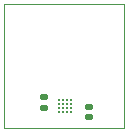
<source format=gbp>
%FSLAX44Y44*%
%MOMM*%
G71*
G01*
G75*
G04 Layer_Color=128*
%ADD10R,1.2000X0.8000*%
G04:AMPARAMS|DCode=11|XSize=0.6mm|YSize=0.5mm|CornerRadius=0.05mm|HoleSize=0mm|Usage=FLASHONLY|Rotation=180.000|XOffset=0mm|YOffset=0mm|HoleType=Round|Shape=RoundedRectangle|*
%AMROUNDEDRECTD11*
21,1,0.6000,0.4000,0,0,180.0*
21,1,0.5000,0.5000,0,0,180.0*
1,1,0.1000,-0.2500,0.2000*
1,1,0.1000,0.2500,0.2000*
1,1,0.1000,0.2500,-0.2000*
1,1,0.1000,-0.2500,-0.2000*
%
%ADD11ROUNDEDRECTD11*%
%ADD12C,0.1000*%
%ADD13C,0.0800*%
%ADD14C,0.2000*%
%ADD15C,0.0750*%
%ADD16R,1.5000X1.5000*%
%ADD17C,1.5000*%
%ADD18C,0.4500*%
%ADD19C,0.3500*%
%ADD20C,0.2000*%
%ADD21C,0.0500*%
%ADD22C,0.6000*%
%ADD23C,0.2500*%
%ADD24C,0.2000*%
%ADD25C,0.1000*%
D11*
X84690Y35790D02*
D03*
Y26790D02*
D03*
X46530Y34920D02*
D03*
Y43920D02*
D03*
D12*
X12000Y17660D02*
Y122950D01*
X114000Y17660D02*
Y122950D01*
X12000Y17660D02*
X114000D01*
X12000Y122950D02*
X114000D01*
D20*
X68950Y31040D02*
D03*
Y34540D02*
D03*
Y38040D02*
D03*
Y41540D02*
D03*
X65450Y31040D02*
D03*
Y34540D02*
D03*
Y38040D02*
D03*
Y41540D02*
D03*
X61950Y31040D02*
D03*
Y34540D02*
D03*
Y38040D02*
D03*
Y41540D02*
D03*
X58450Y31040D02*
D03*
Y34540D02*
D03*
Y38040D02*
D03*
Y41540D02*
D03*
M02*

</source>
